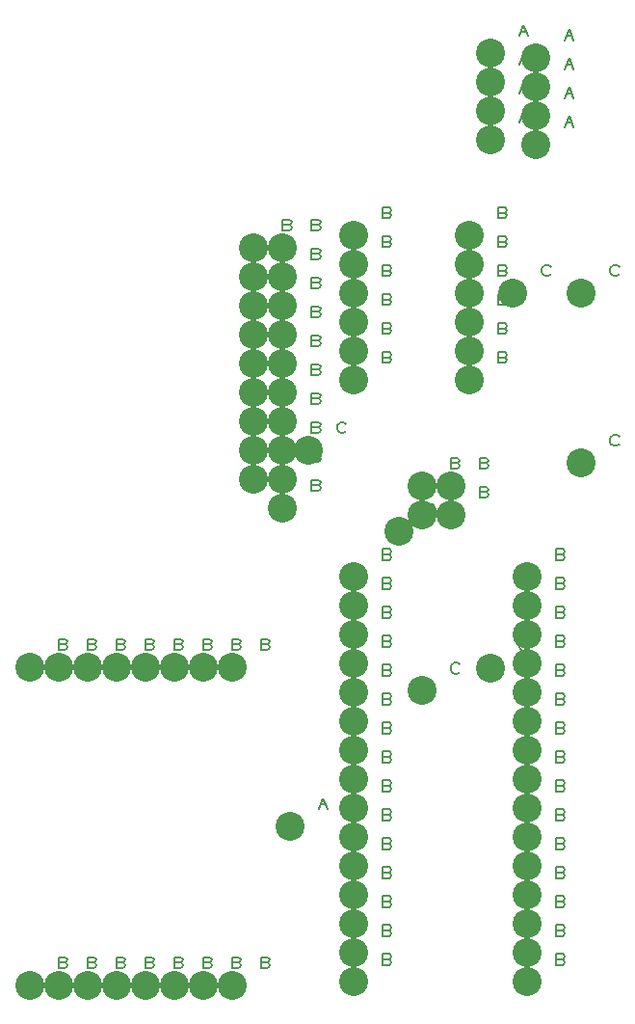
<source format=gbr>
%FSLAX35Y35*%
%MOIN*%
G04 EasyPC Gerber Version 18.0.8 Build 3632 *
%ADD10C,0.00500*%
%ADD70C,0.10000*%
X0Y0D02*
D02*
D10*
X60187Y32295D02*
X60813Y31982D01*
X61125Y31357*
X60813Y30732*
X60187Y30420*
X58000*
Y34170*
X60187*
X60813Y33857*
X61125Y33232*
X60813Y32607*
X60187Y32295*
X58000*
X60187Y142295D02*
X60813Y141982D01*
X61125Y141357*
X60813Y140732*
X60187Y140420*
X58000*
Y144170*
X60187*
X60813Y143857*
X61125Y143232*
X60813Y142607*
X60187Y142295*
X58000*
X70187Y32295D02*
X70813Y31982D01*
X71125Y31357*
X70813Y30732*
X70187Y30420*
X68000*
Y34170*
X70187*
X70813Y33857*
X71125Y33232*
X70813Y32607*
X70187Y32295*
X68000*
X70187Y142295D02*
X70813Y141982D01*
X71125Y141357*
X70813Y140732*
X70187Y140420*
X68000*
Y144170*
X70187*
X70813Y143857*
X71125Y143232*
X70813Y142607*
X70187Y142295*
X68000*
X80187Y32295D02*
X80813Y31982D01*
X81125Y31357*
X80813Y30732*
X80187Y30420*
X78000*
Y34170*
X80187*
X80813Y33857*
X81125Y33232*
X80813Y32607*
X80187Y32295*
X78000*
X80187Y142295D02*
X80813Y141982D01*
X81125Y141357*
X80813Y140732*
X80187Y140420*
X78000*
Y144170*
X80187*
X80813Y143857*
X81125Y143232*
X80813Y142607*
X80187Y142295*
X78000*
X90187Y32295D02*
X90813Y31982D01*
X91125Y31357*
X90813Y30732*
X90187Y30420*
X88000*
Y34170*
X90187*
X90813Y33857*
X91125Y33232*
X90813Y32607*
X90187Y32295*
X88000*
X90187Y142295D02*
X90813Y141982D01*
X91125Y141357*
X90813Y140732*
X90187Y140420*
X88000*
Y144170*
X90187*
X90813Y143857*
X91125Y143232*
X90813Y142607*
X90187Y142295*
X88000*
X100187Y32295D02*
X100813Y31982D01*
X101125Y31357*
X100813Y30732*
X100187Y30420*
X98000*
Y34170*
X100187*
X100813Y33857*
X101125Y33232*
X100813Y32607*
X100187Y32295*
X98000*
X100187Y142295D02*
X100813Y141982D01*
X101125Y141357*
X100813Y140732*
X100187Y140420*
X98000*
Y144170*
X100187*
X100813Y143857*
X101125Y143232*
X100813Y142607*
X100187Y142295*
X98000*
X110187Y32295D02*
X110813Y31982D01*
X111125Y31357*
X110813Y30732*
X110187Y30420*
X108000*
Y34170*
X110187*
X110813Y33857*
X111125Y33232*
X110813Y32607*
X110187Y32295*
X108000*
X110187Y142295D02*
X110813Y141982D01*
X111125Y141357*
X110813Y140732*
X110187Y140420*
X108000*
Y144170*
X110187*
X110813Y143857*
X111125Y143232*
X110813Y142607*
X110187Y142295*
X108000*
X120187Y32295D02*
X120813Y31982D01*
X121125Y31357*
X120813Y30732*
X120187Y30420*
X118000*
Y34170*
X120187*
X120813Y33857*
X121125Y33232*
X120813Y32607*
X120187Y32295*
X118000*
X120187Y142295D02*
X120813Y141982D01*
X121125Y141357*
X120813Y140732*
X120187Y140420*
X118000*
Y144170*
X120187*
X120813Y143857*
X121125Y143232*
X120813Y142607*
X120187Y142295*
X118000*
X130187Y32295D02*
X130813Y31982D01*
X131125Y31357*
X130813Y30732*
X130187Y30420*
X128000*
Y34170*
X130187*
X130813Y33857*
X131125Y33232*
X130813Y32607*
X130187Y32295*
X128000*
X130187Y142295D02*
X130813Y141982D01*
X131125Y141357*
X130813Y140732*
X130187Y140420*
X128000*
Y144170*
X130187*
X130813Y143857*
X131125Y143232*
X130813Y142607*
X130187Y142295*
X128000*
X137687Y207295D02*
X138313Y206982D01*
X138625Y206357*
X138313Y205732*
X137687Y205420*
X135500*
Y209170*
X137687*
X138313Y208857*
X138625Y208232*
X138313Y207607*
X137687Y207295*
X135500*
X137687Y217295D02*
X138313Y216982D01*
X138625Y216357*
X138313Y215732*
X137687Y215420*
X135500*
Y219170*
X137687*
X138313Y218857*
X138625Y218232*
X138313Y217607*
X137687Y217295*
X135500*
X137687Y227295D02*
X138313Y226982D01*
X138625Y226357*
X138313Y225732*
X137687Y225420*
X135500*
Y229170*
X137687*
X138313Y228857*
X138625Y228232*
X138313Y227607*
X137687Y227295*
X135500*
X137687Y237295D02*
X138313Y236982D01*
X138625Y236357*
X138313Y235732*
X137687Y235420*
X135500*
Y239170*
X137687*
X138313Y238857*
X138625Y238232*
X138313Y237607*
X137687Y237295*
X135500*
X137687Y247295D02*
X138313Y246982D01*
X138625Y246357*
X138313Y245732*
X137687Y245420*
X135500*
Y249170*
X137687*
X138313Y248857*
X138625Y248232*
X138313Y247607*
X137687Y247295*
X135500*
X137687Y257295D02*
X138313Y256982D01*
X138625Y256357*
X138313Y255732*
X137687Y255420*
X135500*
Y259170*
X137687*
X138313Y258857*
X138625Y258232*
X138313Y257607*
X137687Y257295*
X135500*
X137687Y267295D02*
X138313Y266982D01*
X138625Y266357*
X138313Y265732*
X137687Y265420*
X135500*
Y269170*
X137687*
X138313Y268857*
X138625Y268232*
X138313Y267607*
X137687Y267295*
X135500*
X137687Y277295D02*
X138313Y276982D01*
X138625Y276357*
X138313Y275732*
X137687Y275420*
X135500*
Y279170*
X137687*
X138313Y278857*
X138625Y278232*
X138313Y277607*
X137687Y277295*
X135500*
X137687Y287295D02*
X138313Y286982D01*
X138625Y286357*
X138313Y285732*
X137687Y285420*
X135500*
Y289170*
X137687*
X138313Y288857*
X138625Y288232*
X138313Y287607*
X137687Y287295*
X135500*
X147687Y197295D02*
X148313Y196982D01*
X148625Y196357*
X148313Y195732*
X147687Y195420*
X145500*
Y199170*
X147687*
X148313Y198857*
X148625Y198232*
X148313Y197607*
X147687Y197295*
X145500*
X147687Y207295D02*
X148313Y206982D01*
X148625Y206357*
X148313Y205732*
X147687Y205420*
X145500*
Y209170*
X147687*
X148313Y208857*
X148625Y208232*
X148313Y207607*
X147687Y207295*
X145500*
X147687Y217295D02*
X148313Y216982D01*
X148625Y216357*
X148313Y215732*
X147687Y215420*
X145500*
Y219170*
X147687*
X148313Y218857*
X148625Y218232*
X148313Y217607*
X147687Y217295*
X145500*
X147687Y227295D02*
X148313Y226982D01*
X148625Y226357*
X148313Y225732*
X147687Y225420*
X145500*
Y229170*
X147687*
X148313Y228857*
X148625Y228232*
X148313Y227607*
X147687Y227295*
X145500*
X147687Y237295D02*
X148313Y236982D01*
X148625Y236357*
X148313Y235732*
X147687Y235420*
X145500*
Y239170*
X147687*
X148313Y238857*
X148625Y238232*
X148313Y237607*
X147687Y237295*
X145500*
X147687Y247295D02*
X148313Y246982D01*
X148625Y246357*
X148313Y245732*
X147687Y245420*
X145500*
Y249170*
X147687*
X148313Y248857*
X148625Y248232*
X148313Y247607*
X147687Y247295*
X145500*
X147687Y257295D02*
X148313Y256982D01*
X148625Y256357*
X148313Y255732*
X147687Y255420*
X145500*
Y259170*
X147687*
X148313Y258857*
X148625Y258232*
X148313Y257607*
X147687Y257295*
X145500*
X147687Y267295D02*
X148313Y266982D01*
X148625Y266357*
X148313Y265732*
X147687Y265420*
X145500*
Y269170*
X147687*
X148313Y268857*
X148625Y268232*
X148313Y267607*
X147687Y267295*
X145500*
X147687Y277295D02*
X148313Y276982D01*
X148625Y276357*
X148313Y275732*
X147687Y275420*
X145500*
Y279170*
X147687*
X148313Y278857*
X148625Y278232*
X148313Y277607*
X147687Y277295*
X145500*
X147687Y287295D02*
X148313Y286982D01*
X148625Y286357*
X148313Y285732*
X147687Y285420*
X145500*
Y289170*
X147687*
X148313Y288857*
X148625Y288232*
X148313Y287607*
X147687Y287295*
X145500*
X148000Y85420D02*
X149563Y89170D01*
X151125Y85420*
X148625Y86982D02*
X150500D01*
X157483Y216045D02*
X157171Y215732D01*
X156546Y215420*
X155608*
X154983Y215732*
X154671Y216045*
X154358Y216670*
Y217920*
X154671Y218545*
X154983Y218857*
X155608Y219170*
X156546*
X157171Y218857*
X157483Y218545*
X172294Y33417D02*
X172919Y33104D01*
X173231Y32480*
X172919Y31854*
X172294Y31542*
X170106*
Y35292*
X172294*
X172919Y34980*
X173231Y34354*
X172919Y33730*
X172294Y33417*
X170106*
X172294Y43417D02*
X172919Y43104D01*
X173231Y42480*
X172919Y41854*
X172294Y41542*
X170106*
Y45292*
X172294*
X172919Y44980*
X173231Y44354*
X172919Y43730*
X172294Y43417*
X170106*
X172294Y53417D02*
X172919Y53104D01*
X173231Y52480*
X172919Y51854*
X172294Y51542*
X170106*
Y55292*
X172294*
X172919Y54980*
X173231Y54354*
X172919Y53730*
X172294Y53417*
X170106*
X172294Y63417D02*
X172919Y63104D01*
X173231Y62480*
X172919Y61854*
X172294Y61542*
X170106*
Y65292*
X172294*
X172919Y64980*
X173231Y64354*
X172919Y63730*
X172294Y63417*
X170106*
X172294Y73417D02*
X172919Y73104D01*
X173231Y72480*
X172919Y71854*
X172294Y71542*
X170106*
Y75292*
X172294*
X172919Y74980*
X173231Y74354*
X172919Y73730*
X172294Y73417*
X170106*
X172294Y83417D02*
X172919Y83104D01*
X173231Y82480*
X172919Y81854*
X172294Y81542*
X170106*
Y85292*
X172294*
X172919Y84980*
X173231Y84354*
X172919Y83730*
X172294Y83417*
X170106*
X172294Y93417D02*
X172919Y93104D01*
X173231Y92480*
X172919Y91854*
X172294Y91542*
X170106*
Y95292*
X172294*
X172919Y94980*
X173231Y94354*
X172919Y93730*
X172294Y93417*
X170106*
X172294Y103417D02*
X172919Y103104D01*
X173231Y102480*
X172919Y101854*
X172294Y101542*
X170106*
Y105292*
X172294*
X172919Y104980*
X173231Y104354*
X172919Y103730*
X172294Y103417*
X170106*
X172294Y113417D02*
X172919Y113104D01*
X173231Y112480*
X172919Y111854*
X172294Y111542*
X170106*
Y115292*
X172294*
X172919Y114980*
X173231Y114354*
X172919Y113730*
X172294Y113417*
X170106*
X172294Y123417D02*
X172919Y123104D01*
X173231Y122480*
X172919Y121854*
X172294Y121542*
X170106*
Y125292*
X172294*
X172919Y124980*
X173231Y124354*
X172919Y123730*
X172294Y123417*
X170106*
X172294Y133417D02*
X172919Y133104D01*
X173231Y132480*
X172919Y131854*
X172294Y131542*
X170106*
Y135292*
X172294*
X172919Y134980*
X173231Y134354*
X172919Y133730*
X172294Y133417*
X170106*
X172294Y143417D02*
X172919Y143104D01*
X173231Y142480*
X172919Y141854*
X172294Y141542*
X170106*
Y145292*
X172294*
X172919Y144980*
X173231Y144354*
X172919Y143730*
X172294Y143417*
X170106*
X172294Y153417D02*
X172919Y153104D01*
X173231Y152480*
X172919Y151854*
X172294Y151542*
X170106*
Y155292*
X172294*
X172919Y154980*
X173231Y154354*
X172919Y153730*
X172294Y153417*
X170106*
X172294Y163417D02*
X172919Y163104D01*
X173231Y162480*
X172919Y161854*
X172294Y161542*
X170106*
Y165292*
X172294*
X172919Y164980*
X173231Y164354*
X172919Y163730*
X172294Y163417*
X170106*
X172294Y173417D02*
X172919Y173104D01*
X173231Y172480*
X172919Y171854*
X172294Y171542*
X170106*
Y175292*
X172294*
X172919Y174980*
X173231Y174354*
X172919Y173730*
X172294Y173417*
X170106*
X172294Y241527D02*
X172919Y241215D01*
X173231Y240590*
X172919Y239965*
X172294Y239652*
X170106*
Y243402*
X172294*
X172919Y243090*
X173231Y242465*
X172919Y241840*
X172294Y241527*
X170106*
X172294Y251527D02*
X172919Y251215D01*
X173231Y250590*
X172919Y249965*
X172294Y249652*
X170106*
Y253402*
X172294*
X172919Y253090*
X173231Y252465*
X172919Y251840*
X172294Y251527*
X170106*
X172294Y261527D02*
X172919Y261215D01*
X173231Y260590*
X172919Y259965*
X172294Y259652*
X170106*
Y263402*
X172294*
X172919Y263090*
X173231Y262465*
X172919Y261840*
X172294Y261527*
X170106*
X172294Y271527D02*
X172919Y271215D01*
X173231Y270590*
X172919Y269965*
X172294Y269652*
X170106*
Y273402*
X172294*
X172919Y273090*
X173231Y272465*
X172919Y271840*
X172294Y271527*
X170106*
X172294Y281527D02*
X172919Y281215D01*
X173231Y280590*
X172919Y279965*
X172294Y279652*
X170106*
Y283402*
X172294*
X172919Y283090*
X173231Y282465*
X172919Y281840*
X172294Y281527*
X170106*
X172294Y291527D02*
X172919Y291215D01*
X173231Y290590*
X172919Y289965*
X172294Y289652*
X170106*
Y293402*
X172294*
X172919Y293090*
X173231Y292465*
X172919Y291840*
X172294Y291527*
X170106*
X185854Y187290D02*
X187417Y191040D01*
X188980Y187290*
X186480Y188852D02*
X188354D01*
X196854Y132797D02*
X196541Y132484D01*
X195916Y132172*
X194978*
X194354Y132484*
X194041Y132797*
X193728Y133422*
Y134672*
X194041Y135297*
X194354Y135609*
X194978Y135922*
X195916*
X196541Y135609*
X196854Y135297*
X195916Y194913D02*
X196541Y194600D01*
X196854Y193976*
X196541Y193350*
X195916Y193038*
X193728*
Y196788*
X195916*
X196541Y196476*
X196854Y195850*
X196541Y195226*
X195916Y194913*
X193728*
X195916Y204913D02*
X196541Y204600D01*
X196854Y203976*
X196541Y203350*
X195916Y203038*
X193728*
Y206788*
X195916*
X196541Y206476*
X196854Y205850*
X196541Y205226*
X195916Y204913*
X193728*
X205916Y194913D02*
X206541Y194600D01*
X206854Y193976*
X206541Y193350*
X205916Y193038*
X203728*
Y196788*
X205916*
X206541Y196476*
X206854Y195850*
X206541Y195226*
X205916Y194913*
X203728*
X205916Y204913D02*
X206541Y204600D01*
X206854Y203976*
X206541Y203350*
X205916Y203038*
X203728*
Y206788*
X205916*
X206541Y206476*
X206854Y205850*
X206541Y205226*
X205916Y204913*
X203728*
X212294Y241527D02*
X212919Y241215D01*
X213231Y240590*
X212919Y239965*
X212294Y239652*
X210106*
Y243402*
X212294*
X212919Y243090*
X213231Y242465*
X212919Y241840*
X212294Y241527*
X210106*
X212294Y251527D02*
X212919Y251215D01*
X213231Y250590*
X212919Y249965*
X212294Y249652*
X210106*
Y253402*
X212294*
X212919Y253090*
X213231Y252465*
X212919Y251840*
X212294Y251527*
X210106*
X212294Y261527D02*
X212919Y261215D01*
X213231Y260590*
X212919Y259965*
X212294Y259652*
X210106*
Y263402*
X212294*
X212919Y263090*
X213231Y262465*
X212919Y261840*
X212294Y261527*
X210106*
X212294Y271527D02*
X212919Y271215D01*
X213231Y270590*
X212919Y269965*
X212294Y269652*
X210106*
Y273402*
X212294*
X212919Y273090*
X213231Y272465*
X212919Y271840*
X212294Y271527*
X210106*
X212294Y281527D02*
X212919Y281215D01*
X213231Y280590*
X212919Y279965*
X212294Y279652*
X210106*
Y283402*
X212294*
X212919Y283090*
X213231Y282465*
X212919Y281840*
X212294Y281527*
X210106*
X212294Y291527D02*
X212919Y291215D01*
X213231Y290590*
X212919Y289965*
X212294Y289652*
X210106*
Y293402*
X212294*
X212919Y293090*
X213231Y292465*
X212919Y291840*
X212294Y291527*
X210106*
X220476Y140671D02*
X220163Y140358D01*
X219538Y140046*
X218600*
X217976Y140358*
X217663Y140671*
X217350Y141296*
Y142546*
X217663Y143171*
X217976Y143483*
X218600Y143796*
X219538*
X220163Y143483*
X220476Y143171*
X217350Y322644D02*
X218913Y326394D01*
X220476Y322644*
X217976Y324207D02*
X219850D01*
X217350Y332644D02*
X218913Y336394D01*
X220476Y332644*
X217976Y334207D02*
X219850D01*
X217350Y342644D02*
X218913Y346394D01*
X220476Y342644*
X217976Y344207D02*
X219850D01*
X217350Y352644D02*
X218913Y356394D01*
X220476Y352644*
X217976Y354207D02*
X219850D01*
X228350Y270277D02*
X228037Y269965D01*
X227412Y269652*
X226474*
X225850Y269965*
X225537Y270277*
X225224Y270902*
Y272152*
X225537Y272777*
X225850Y273090*
X226474Y273402*
X227412*
X228037Y273090*
X228350Y272777*
X232294Y33417D02*
X232919Y33104D01*
X233231Y32480*
X232919Y31854*
X232294Y31542*
X230106*
Y35292*
X232294*
X232919Y34980*
X233231Y34354*
X232919Y33730*
X232294Y33417*
X230106*
X232294Y43417D02*
X232919Y43104D01*
X233231Y42480*
X232919Y41854*
X232294Y41542*
X230106*
Y45292*
X232294*
X232919Y44980*
X233231Y44354*
X232919Y43730*
X232294Y43417*
X230106*
X232294Y53417D02*
X232919Y53104D01*
X233231Y52480*
X232919Y51854*
X232294Y51542*
X230106*
Y55292*
X232294*
X232919Y54980*
X233231Y54354*
X232919Y53730*
X232294Y53417*
X230106*
X232294Y63417D02*
X232919Y63104D01*
X233231Y62480*
X232919Y61854*
X232294Y61542*
X230106*
Y65292*
X232294*
X232919Y64980*
X233231Y64354*
X232919Y63730*
X232294Y63417*
X230106*
X232294Y73417D02*
X232919Y73104D01*
X233231Y72480*
X232919Y71854*
X232294Y71542*
X230106*
Y75292*
X232294*
X232919Y74980*
X233231Y74354*
X232919Y73730*
X232294Y73417*
X230106*
X232294Y83417D02*
X232919Y83104D01*
X233231Y82480*
X232919Y81854*
X232294Y81542*
X230106*
Y85292*
X232294*
X232919Y84980*
X233231Y84354*
X232919Y83730*
X232294Y83417*
X230106*
X232294Y93417D02*
X232919Y93104D01*
X233231Y92480*
X232919Y91854*
X232294Y91542*
X230106*
Y95292*
X232294*
X232919Y94980*
X233231Y94354*
X232919Y93730*
X232294Y93417*
X230106*
X232294Y103417D02*
X232919Y103104D01*
X233231Y102480*
X232919Y101854*
X232294Y101542*
X230106*
Y105292*
X232294*
X232919Y104980*
X233231Y104354*
X232919Y103730*
X232294Y103417*
X230106*
X232294Y113417D02*
X232919Y113104D01*
X233231Y112480*
X232919Y111854*
X232294Y111542*
X230106*
Y115292*
X232294*
X232919Y114980*
X233231Y114354*
X232919Y113730*
X232294Y113417*
X230106*
X232294Y123417D02*
X232919Y123104D01*
X233231Y122480*
X232919Y121854*
X232294Y121542*
X230106*
Y125292*
X232294*
X232919Y124980*
X233231Y124354*
X232919Y123730*
X232294Y123417*
X230106*
X232294Y133417D02*
X232919Y133104D01*
X233231Y132480*
X232919Y131854*
X232294Y131542*
X230106*
Y135292*
X232294*
X232919Y134980*
X233231Y134354*
X232919Y133730*
X232294Y133417*
X230106*
X232294Y143417D02*
X232919Y143104D01*
X233231Y142480*
X232919Y141854*
X232294Y141542*
X230106*
Y145292*
X232294*
X232919Y144980*
X233231Y144354*
X232919Y143730*
X232294Y143417*
X230106*
X232294Y153417D02*
X232919Y153104D01*
X233231Y152480*
X232919Y151854*
X232294Y151542*
X230106*
Y155292*
X232294*
X232919Y154980*
X233231Y154354*
X232919Y153730*
X232294Y153417*
X230106*
X232294Y163417D02*
X232919Y163104D01*
X233231Y162480*
X232919Y161854*
X232294Y161542*
X230106*
Y165292*
X232294*
X232919Y164980*
X233231Y164354*
X232919Y163730*
X232294Y163417*
X230106*
X232294Y173417D02*
X232919Y173104D01*
X233231Y172480*
X232919Y171854*
X232294Y171542*
X230106*
Y175292*
X232294*
X232919Y174980*
X233231Y174354*
X232919Y173730*
X232294Y173417*
X230106*
X233098Y321148D02*
X234661Y324898D01*
X236224Y321148*
X233724Y322711D02*
X235598D01*
X233098Y331148D02*
X234661Y334898D01*
X236224Y331148*
X233724Y332711D02*
X235598D01*
X233098Y341148D02*
X234661Y344898D01*
X236224Y341148*
X233724Y342711D02*
X235598D01*
X233098Y351148D02*
X234661Y354898D01*
X236224Y351148*
X233724Y352711D02*
X235598D01*
X251972Y211537D02*
X251659Y211224D01*
X251034Y210912*
X250096*
X249472Y211224*
X249159Y211537*
X248846Y212162*
Y213412*
X249159Y214037*
X249472Y214350*
X250096Y214662*
X251034*
X251659Y214350*
X251972Y214037*
Y270277D02*
X251659Y269965D01*
X251034Y269652*
X250096*
X249472Y269965*
X249159Y270277*
X248846Y270902*
Y272152*
X249159Y272777*
X249472Y273090*
X250096Y273402*
X251034*
X251659Y273090*
X251972Y272777*
D02*
D70*
X48000Y24482D03*
Y134482D03*
X58000Y24482D03*
Y134482D03*
X68000Y24482D03*
Y134482D03*
X78000Y24482D03*
Y134482D03*
X88000Y24482D03*
Y134482D03*
X98000Y24482D03*
Y134482D03*
X108000Y24482D03*
Y134482D03*
X118000Y24482D03*
Y134482D03*
X125500Y199482D03*
Y209482D03*
Y219482D03*
Y229482D03*
Y239482D03*
Y249482D03*
Y259482D03*
Y269482D03*
Y279482D03*
X135500Y189482D03*
Y199482D03*
Y209482D03*
Y219482D03*
Y229482D03*
Y239482D03*
Y249482D03*
Y259482D03*
Y269482D03*
Y279482D03*
X138000Y79482D03*
X144358Y209482D03*
X160106Y25604D03*
Y35604D03*
Y45604D03*
Y55604D03*
Y65604D03*
Y75604D03*
Y85604D03*
Y95604D03*
Y105604D03*
Y115604D03*
Y125604D03*
Y135604D03*
Y145604D03*
Y155604D03*
Y165604D03*
Y233715D03*
Y243715D03*
Y253715D03*
Y263715D03*
Y273715D03*
Y283715D03*
X175854Y181352D03*
X183728Y126234D03*
Y187100D03*
Y197100D03*
X193728Y187100D03*
Y197100D03*
X200106Y233715D03*
Y243715D03*
Y253715D03*
Y263715D03*
Y273715D03*
Y283715D03*
X207350Y134108D03*
Y316707D03*
Y326707D03*
Y336707D03*
Y346707D03*
X215224Y263715D03*
X220106Y25604D03*
Y35604D03*
Y45604D03*
Y55604D03*
Y65604D03*
Y75604D03*
Y85604D03*
Y95604D03*
Y105604D03*
Y115604D03*
Y125604D03*
Y135604D03*
Y145604D03*
Y155604D03*
Y165604D03*
X223098Y315211D03*
Y325211D03*
Y335211D03*
Y345211D03*
X238846Y204974D03*
Y263715D03*
X0Y0D02*
M02*

</source>
